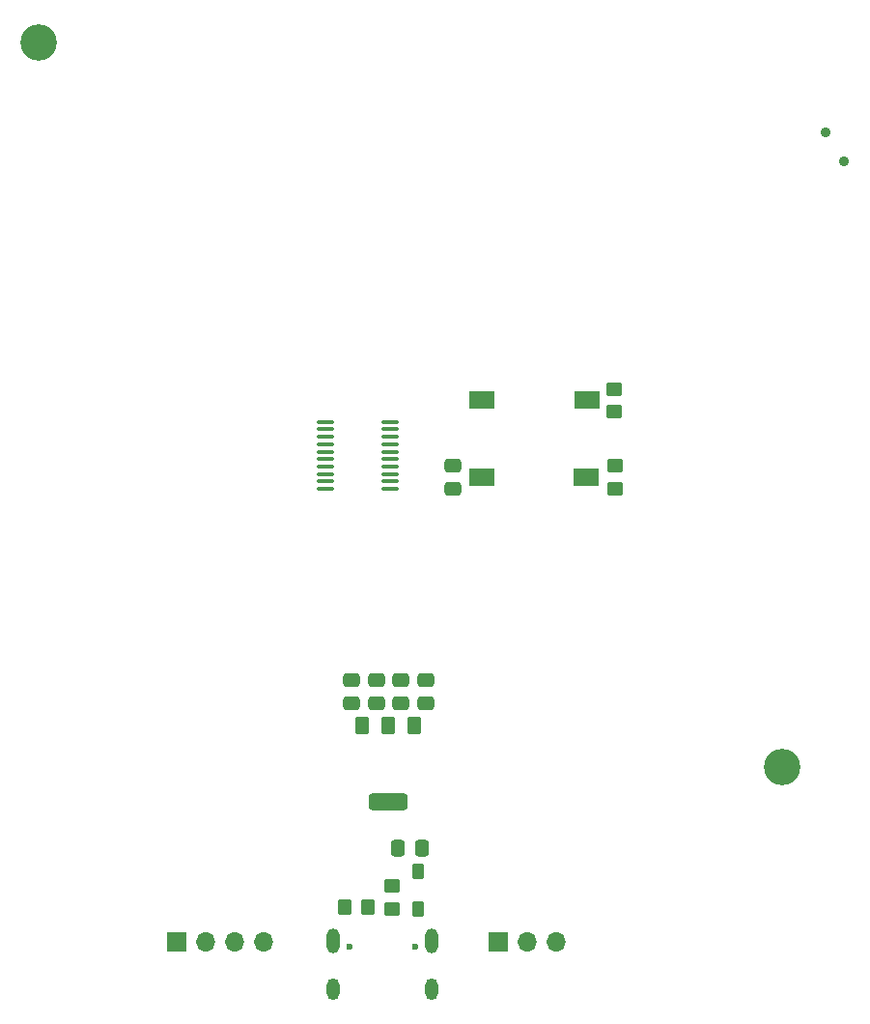
<source format=gbr>
%TF.GenerationSoftware,KiCad,Pcbnew,8.0.2*%
%TF.CreationDate,2025-04-19T12:26:07+02:00*%
%TF.ProjectId,WRadioLogo,57526164-696f-44c6-9f67-6f2e6b696361,rev?*%
%TF.SameCoordinates,Original*%
%TF.FileFunction,Soldermask,Bot*%
%TF.FilePolarity,Negative*%
%FSLAX46Y46*%
G04 Gerber Fmt 4.6, Leading zero omitted, Abs format (unit mm)*
G04 Created by KiCad (PCBNEW 8.0.2) date 2025-04-19 12:26:07*
%MOMM*%
%LPD*%
G01*
G04 APERTURE LIST*
G04 Aperture macros list*
%AMRoundRect*
0 Rectangle with rounded corners*
0 $1 Rounding radius*
0 $2 $3 $4 $5 $6 $7 $8 $9 X,Y pos of 4 corners*
0 Add a 4 corners polygon primitive as box body*
4,1,4,$2,$3,$4,$5,$6,$7,$8,$9,$2,$3,0*
0 Add four circle primitives for the rounded corners*
1,1,$1+$1,$2,$3*
1,1,$1+$1,$4,$5*
1,1,$1+$1,$6,$7*
1,1,$1+$1,$8,$9*
0 Add four rect primitives between the rounded corners*
20,1,$1+$1,$2,$3,$4,$5,0*
20,1,$1+$1,$4,$5,$6,$7,0*
20,1,$1+$1,$6,$7,$8,$9,0*
20,1,$1+$1,$8,$9,$2,$3,0*%
G04 Aperture macros list end*
%ADD10C,3.200000*%
%ADD11C,0.600000*%
%ADD12O,1.104000X2.204000*%
%ADD13O,1.104000X1.904000*%
%ADD14R,1.700000X1.700000*%
%ADD15O,1.700000X1.700000*%
%ADD16C,0.900000*%
%ADD17RoundRect,0.250000X0.475000X-0.337500X0.475000X0.337500X-0.475000X0.337500X-0.475000X-0.337500X0*%
%ADD18RoundRect,0.079380X-0.487620X0.677620X-0.487620X-0.677620X0.487620X-0.677620X0.487620X0.677620X0*%
%ADD19RoundRect,0.363360X-1.358640X0.393640X-1.358640X-0.393640X1.358640X-0.393640X1.358640X0.393640X0*%
%ADD20R,2.180000X1.600000*%
%ADD21RoundRect,0.250000X0.337500X0.475000X-0.337500X0.475000X-0.337500X-0.475000X0.337500X-0.475000X0*%
%ADD22RoundRect,0.250000X-0.450000X0.350000X-0.450000X-0.350000X0.450000X-0.350000X0.450000X0.350000X0*%
%ADD23RoundRect,0.100000X0.637500X0.100000X-0.637500X0.100000X-0.637500X-0.100000X0.637500X-0.100000X0*%
%ADD24RoundRect,0.102000X-0.365000X0.605000X-0.365000X-0.605000X0.365000X-0.605000X0.365000X0.605000X0*%
%ADD25RoundRect,0.250000X0.450000X-0.350000X0.450000X0.350000X-0.450000X0.350000X-0.450000X-0.350000X0*%
%ADD26RoundRect,0.250000X0.350000X0.450000X-0.350000X0.450000X-0.350000X-0.450000X0.350000X-0.450000X0*%
G04 APERTURE END LIST*
D10*
%TO.C,H1*%
X171069000Y-128524000D03*
%TD*%
D11*
%TO.C,J1*%
X133155000Y-144286500D03*
X138935000Y-144286500D03*
D12*
X131720000Y-143796500D03*
X140370000Y-143796500D03*
D13*
X131720000Y-147966500D03*
X140370000Y-147966500D03*
%TD*%
D14*
%TO.C,J2*%
X117993000Y-143891000D03*
D15*
X120533000Y-143891000D03*
X123073000Y-143891000D03*
X125613000Y-143891000D03*
%TD*%
D16*
%TO.C,S1*%
X176516958Y-75458005D03*
X174883042Y-72941995D03*
%TD*%
D10*
%TO.C,H2*%
X105918000Y-65024000D03*
%TD*%
D14*
%TO.C,J3*%
X146177000Y-143891000D03*
D15*
X148717000Y-143891000D03*
X151257000Y-143891000D03*
%TD*%
D17*
%TO.C,C1*%
X137668000Y-122957500D03*
X137668000Y-120882500D03*
%TD*%
%TO.C,C4*%
X133350000Y-122957500D03*
X133350000Y-120882500D03*
%TD*%
%TO.C,C5*%
X142228500Y-104182500D03*
X142228500Y-102107500D03*
%TD*%
%TO.C,C2*%
X139827000Y-122957500D03*
X139827000Y-120882500D03*
%TD*%
D18*
%TO.C,U2*%
X134235000Y-124925000D03*
X136525000Y-124925000D03*
X138815000Y-124925000D03*
D19*
X136525000Y-131615000D03*
%TD*%
D20*
%TO.C,SW1*%
X153908500Y-103124000D03*
X144728500Y-103124000D03*
%TD*%
D21*
%TO.C,C7*%
X139467500Y-135636000D03*
X137392500Y-135636000D03*
%TD*%
D20*
%TO.C,SW2*%
X144762000Y-96393000D03*
X153942000Y-96393000D03*
%TD*%
D22*
%TO.C,R2*%
X156337000Y-95393000D03*
X156337000Y-97393000D03*
%TD*%
D23*
%TO.C,U1*%
X136720500Y-98294000D03*
X136720500Y-98944000D03*
X136720500Y-99594000D03*
X136720500Y-100244000D03*
X136720500Y-100894000D03*
X136720500Y-101544000D03*
X136720500Y-102194000D03*
X136720500Y-102844000D03*
X136720500Y-103494000D03*
X136720500Y-104144000D03*
X130995500Y-104144000D03*
X130995500Y-103494000D03*
X130995500Y-102844000D03*
X130995500Y-102194000D03*
X130995500Y-101544000D03*
X130995500Y-100894000D03*
X130995500Y-100244000D03*
X130995500Y-99594000D03*
X130995500Y-98944000D03*
X130995500Y-98294000D03*
%TD*%
D17*
%TO.C,C3*%
X135509000Y-122957500D03*
X135509000Y-120882500D03*
%TD*%
D24*
%TO.C,D77*%
X139192000Y-140999000D03*
X139192000Y-137639000D03*
%TD*%
D25*
%TO.C,R4*%
X136906000Y-140954000D03*
X136906000Y-138954000D03*
%TD*%
D22*
%TO.C,R1*%
X156452500Y-102145000D03*
X156452500Y-104145000D03*
%TD*%
D26*
%TO.C,R3*%
X134731000Y-140843000D03*
X132731000Y-140843000D03*
%TD*%
M02*

</source>
